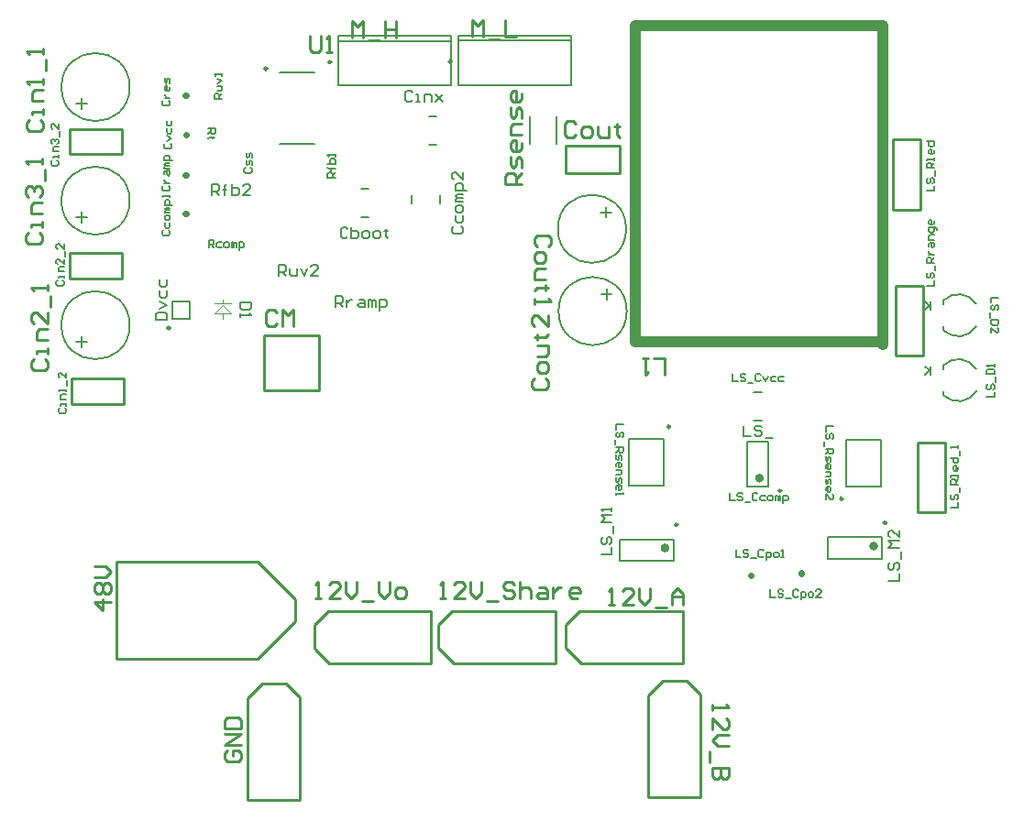
<source format=gto>
G04 Layer_Color=15132400*
%FSAX24Y24*%
%MOIN*%
G70*
G01*
G75*
%ADD29C,0.0100*%
%ADD31C,0.0157*%
%ADD54C,0.0098*%
%ADD55C,0.0079*%
%ADD56C,0.0220*%
%ADD57C,0.0047*%
%ADD58C,0.0394*%
%ADD59C,0.0059*%
%ADD60C,0.0060*%
D29*
X028534Y046411D02*
X030502D01*
Y045427D02*
Y046411D01*
X028534Y045427D02*
X030502D01*
X028534D02*
Y046411D01*
X041543Y038778D02*
Y041328D01*
X040543Y038778D02*
X041543D01*
X040543D02*
Y041328D01*
X041543D01*
X041445Y044093D02*
Y046643D01*
X040445Y044093D02*
X041445D01*
X040445D02*
Y046643D01*
X041445D01*
X041331Y033082D02*
Y035632D01*
X042331D01*
Y033082D02*
Y035632D01*
X041331Y033082D02*
X042331D01*
X017577Y037508D02*
Y039508D01*
Y037508D02*
X019577D01*
Y039008D01*
Y039508D01*
X017577D02*
X019577D01*
X010566Y037050D02*
Y037950D01*
X010561Y037027D02*
X012466D01*
Y037950D01*
X010566D02*
X012466D01*
X010561Y037027D02*
X010566Y037050D01*
X010491Y041611D02*
Y042511D01*
X010486Y041588D02*
X012391D01*
Y042511D01*
X010491D02*
X012391D01*
X010486Y041588D02*
X010491Y041611D01*
Y046138D02*
Y047038D01*
X010486Y046116D02*
X012391D01*
Y047038D01*
X010491D02*
X012391D01*
X010486Y046116D02*
X010491Y046138D01*
X012205Y027756D02*
X017323D01*
X012205D02*
Y031299D01*
X017323D01*
X018701Y029921D01*
X017323Y027756D02*
X018701Y029134D01*
Y029921D01*
X028168Y028543D02*
Y028593D01*
X026818Y029493D02*
X026969D01*
X028168Y028593D02*
Y029493D01*
X024969D02*
X028168D01*
X026918Y027593D02*
X028168D01*
Y028543D01*
X024418Y029493D02*
X024969D01*
X023918Y028993D02*
X024418Y029493D01*
X024469Y027593D02*
X026918D01*
X023969Y028093D02*
X024469Y027593D01*
X023918Y028143D02*
X023969Y028093D01*
X023918Y028143D02*
Y028993D01*
X023641Y028543D02*
Y028593D01*
X022291Y029493D02*
X022441D01*
X023641Y028593D02*
Y029493D01*
X020441D02*
X023641D01*
X022391Y027593D02*
X023641D01*
Y028543D01*
X019891Y029493D02*
X020441D01*
X019391Y028993D02*
X019891Y029493D01*
X019941Y027593D02*
X022391D01*
X019441Y028093D02*
X019941Y027593D01*
X019391Y028143D02*
X019441Y028093D01*
X019391Y028143D02*
Y028993D01*
X032794Y028543D02*
Y028593D01*
X031444Y029493D02*
X031594D01*
X032794Y028593D02*
Y029493D01*
X029594D02*
X032794D01*
X031544Y027593D02*
X032794D01*
Y028543D01*
X029044Y029493D02*
X029594D01*
X028544Y028993D02*
X029044Y029493D01*
X029094Y027593D02*
X031544D01*
X028594Y028093D02*
X029094Y027593D01*
X028544Y028143D02*
X028594Y028093D01*
X028544Y028143D02*
Y028993D01*
X032480Y022717D02*
X032530D01*
X033430Y023917D02*
Y024067D01*
X032530Y022717D02*
X033430D01*
Y025917D01*
X031530Y022717D02*
Y023967D01*
Y022717D02*
X032480D01*
X033430Y025917D02*
Y026467D01*
X032930Y026967D02*
X033430Y026467D01*
X031530Y023967D02*
Y026417D01*
X032030Y026917D01*
X032080Y026967D01*
X032930D01*
X017913Y022619D02*
X017963D01*
X018863Y023819D02*
Y023969D01*
X017963Y022619D02*
X018863D01*
Y025819D01*
X016963Y022619D02*
Y023869D01*
Y022619D02*
X017913D01*
X018863Y025819D02*
Y026369D01*
X018363Y026869D02*
X018863Y026369D01*
X016963Y023869D02*
Y026319D01*
X017463Y026819D01*
X017513Y026869D01*
X018363D01*
X027918Y042767D02*
X028018Y042867D01*
Y043067D01*
X027918Y043167D01*
X027518D01*
X027418Y043067D01*
Y042867D01*
X027518Y042767D01*
X027418Y042467D02*
Y042267D01*
X027518Y042167D01*
X027718D01*
X027818Y042267D01*
Y042467D01*
X027718Y042567D01*
X027518D01*
X027418Y042467D01*
X027818Y041968D02*
X027518D01*
X027418Y041868D01*
Y041568D01*
X027818D01*
X027918Y041268D02*
X027818D01*
Y041368D01*
Y041168D01*
Y041268D01*
X027518D01*
X027418Y041168D01*
Y040868D02*
Y040668D01*
Y040768D01*
X028018D01*
X027918Y040868D01*
X027410Y037957D02*
X027310Y037857D01*
Y037657D01*
X027410Y037557D01*
X027810D01*
X027910Y037657D01*
Y037857D01*
X027810Y037957D01*
X027910Y038257D02*
Y038457D01*
X027810Y038557D01*
X027610D01*
X027510Y038457D01*
Y038257D01*
X027610Y038157D01*
X027810D01*
X027910Y038257D01*
X027510Y038757D02*
X027810D01*
X027910Y038856D01*
Y039156D01*
X027510D01*
X027410Y039456D02*
X027510D01*
Y039356D01*
Y039556D01*
Y039456D01*
X027810D01*
X027910Y039556D01*
Y040256D02*
Y039856D01*
X027510Y040256D01*
X027410D01*
X027310Y040156D01*
Y039956D01*
X027410Y039856D01*
X009044Y047366D02*
X008944Y047266D01*
Y047066D01*
X009044Y046966D01*
X009444D01*
X009544Y047066D01*
Y047266D01*
X009444Y047366D01*
X009544Y047566D02*
Y047766D01*
Y047666D01*
X009144D01*
Y047566D01*
X009544Y048066D02*
X009144D01*
Y048366D01*
X009244Y048466D01*
X009544D01*
Y048666D02*
Y048866D01*
Y048766D01*
X008944D01*
X009044Y048666D01*
X009644Y049166D02*
Y049566D01*
X009544Y049765D02*
Y049965D01*
Y049865D01*
X008944D01*
X009044Y049765D01*
X009202Y038665D02*
X009102Y038565D01*
Y038366D01*
X009202Y038266D01*
X009602D01*
X009701Y038366D01*
Y038565D01*
X009602Y038665D01*
X009701Y038865D02*
Y039065D01*
Y038965D01*
X009302D01*
Y038865D01*
X009701Y039365D02*
X009302D01*
Y039665D01*
X009402Y039765D01*
X009701D01*
Y040365D02*
Y039965D01*
X009302Y040365D01*
X009202D01*
X009102Y040265D01*
Y040065D01*
X009202Y039965D01*
X009801Y040565D02*
Y040965D01*
X009701Y041165D02*
Y041365D01*
Y041265D01*
X009102D01*
X009202Y041165D01*
X009005Y043272D02*
X008905Y043172D01*
Y042972D01*
X009005Y042872D01*
X009405D01*
X009505Y042972D01*
Y043172D01*
X009405Y043272D01*
X009505Y043472D02*
Y043672D01*
Y043572D01*
X009105D01*
Y043472D01*
X009505Y043972D02*
X009105D01*
Y044271D01*
X009205Y044371D01*
X009505D01*
X009005Y044571D02*
X008905Y044671D01*
Y044871D01*
X009005Y044971D01*
X009105D01*
X009205Y044871D01*
Y044771D01*
Y044871D01*
X009305Y044971D01*
X009405D01*
X009505Y044871D01*
Y044671D01*
X009405Y044571D01*
X009605Y045171D02*
Y045571D01*
X009505Y045771D02*
Y045971D01*
Y045871D01*
X008905D01*
X009005Y045771D01*
X018032Y040363D02*
X017932Y040462D01*
X017732D01*
X017632Y040363D01*
Y039963D01*
X017732Y039863D01*
X017932D01*
X018032Y039963D01*
X018232Y039863D02*
Y040462D01*
X018432Y040263D01*
X018632Y040462D01*
Y039863D01*
X032146Y038089D02*
Y038689D01*
X031746D01*
X031546D02*
X031346D01*
X031446D01*
Y038089D01*
X031546Y038189D01*
X020762Y050360D02*
Y050960D01*
X020962Y050760D01*
X021162Y050960D01*
Y050360D01*
X021362Y050260D02*
X021762D01*
X021962Y050960D02*
Y050360D01*
Y050660D01*
X022361D01*
Y050960D01*
Y050360D01*
X025140Y050380D02*
Y050980D01*
X025339Y050780D01*
X025539Y050980D01*
Y050380D01*
X025739Y050280D02*
X026139D01*
X026339Y050980D02*
Y050380D01*
X026739D01*
X026926Y045018D02*
X026326D01*
Y045317D01*
X026426Y045417D01*
X026626D01*
X026726Y045317D01*
Y045018D01*
Y045217D02*
X026926Y045417D01*
Y045617D02*
Y045917D01*
X026826Y046017D01*
X026726Y045917D01*
Y045717D01*
X026626Y045617D01*
X026526Y045717D01*
Y046017D01*
X026926Y046517D02*
Y046317D01*
X026826Y046217D01*
X026626D01*
X026526Y046317D01*
Y046517D01*
X026626Y046617D01*
X026726D01*
Y046217D01*
X026926Y046817D02*
X026526D01*
Y047117D01*
X026626Y047217D01*
X026926D01*
Y047417D02*
Y047717D01*
X026826Y047817D01*
X026726Y047717D01*
Y047517D01*
X026626Y047417D01*
X026526Y047517D01*
Y047817D01*
X026926Y048316D02*
Y048117D01*
X026826Y048017D01*
X026626D01*
X026526Y048117D01*
Y048316D01*
X026626Y048416D01*
X026726D01*
Y048017D01*
X012004Y029812D02*
X011404D01*
X011704Y029512D01*
Y029912D01*
X011504Y030112D02*
X011404Y030212D01*
Y030412D01*
X011504Y030511D01*
X011604D01*
X011704Y030412D01*
X011804Y030511D01*
X011904D01*
X012004Y030412D01*
Y030212D01*
X011904Y030112D01*
X011804D01*
X011704Y030212D01*
X011604Y030112D01*
X011504D01*
X011704Y030212D02*
Y030412D01*
X011404Y030711D02*
X011804D01*
X012004Y030911D01*
X011804Y031111D01*
X011404D01*
X028901Y047210D02*
X028801Y047310D01*
X028601D01*
X028501Y047210D01*
Y046810D01*
X028601Y046710D01*
X028801D01*
X028901Y046810D01*
X029200Y046710D02*
X029400D01*
X029500Y046810D01*
Y047010D01*
X029400Y047110D01*
X029200D01*
X029101Y047010D01*
Y046810D01*
X029200Y046710D01*
X029700Y047110D02*
Y046810D01*
X029800Y046710D01*
X030100D01*
Y047110D01*
X030400Y047210D02*
Y047110D01*
X030300D01*
X030500D01*
X030400D01*
Y046810D01*
X030500Y046710D01*
X030118Y029724D02*
X030318D01*
X030218D01*
Y030324D01*
X030118Y030224D01*
X031018Y029724D02*
X030618D01*
X031018Y030124D01*
Y030224D01*
X030918Y030324D01*
X030718D01*
X030618Y030224D01*
X031218Y030324D02*
Y029924D01*
X031418Y029724D01*
X031618Y029924D01*
Y030324D01*
X031818Y029624D02*
X032217D01*
X032417Y029724D02*
Y030124D01*
X032617Y030324D01*
X032817Y030124D01*
Y029724D01*
Y030024D01*
X032417D01*
X033858Y026083D02*
Y025883D01*
Y025983D01*
X034458D01*
X034358Y026083D01*
X033858Y025183D02*
Y025583D01*
X034258Y025183D01*
X034358D01*
X034458Y025283D01*
Y025483D01*
X034358Y025583D01*
X034458Y024983D02*
X034058D01*
X033858Y024783D01*
X034058Y024583D01*
X034458D01*
X033758Y024383D02*
Y023983D01*
X034458Y023783D02*
X033858D01*
Y023484D01*
X033958Y023384D01*
X034058D01*
X034158Y023484D01*
Y023783D01*
Y023484D01*
X034258Y023384D01*
X034358D01*
X034458Y023484D01*
Y023783D01*
X023972Y029953D02*
X024172D01*
X024072D01*
Y030553D01*
X023972Y030453D01*
X024872Y029953D02*
X024472D01*
X024872Y030353D01*
Y030453D01*
X024772Y030553D01*
X024572D01*
X024472Y030453D01*
X025072Y030553D02*
Y030153D01*
X025272Y029953D01*
X025472Y030153D01*
Y030553D01*
X025672Y029853D02*
X026072D01*
X026671Y030453D02*
X026571Y030553D01*
X026372D01*
X026272Y030453D01*
Y030353D01*
X026372Y030253D01*
X026571D01*
X026671Y030153D01*
Y030053D01*
X026571Y029953D01*
X026372D01*
X026272Y030053D01*
X026871Y030553D02*
Y029953D01*
Y030253D01*
X026971Y030353D01*
X027171D01*
X027271Y030253D01*
Y029953D01*
X027571Y030353D02*
X027771D01*
X027871Y030253D01*
Y029953D01*
X027571D01*
X027471Y030053D01*
X027571Y030153D01*
X027871D01*
X028071Y030353D02*
Y029953D01*
Y030153D01*
X028171Y030253D01*
X028271Y030353D01*
X028371D01*
X028971Y029953D02*
X028771D01*
X028671Y030053D01*
Y030253D01*
X028771Y030353D01*
X028971D01*
X029071Y030253D01*
Y030153D01*
X028671D01*
X016232Y024416D02*
X016132Y024316D01*
Y024116D01*
X016232Y024016D01*
X016632D01*
X016732Y024116D01*
Y024316D01*
X016632Y024416D01*
X016432D01*
Y024216D01*
X016732Y024616D02*
X016132D01*
X016732Y025015D01*
X016132D01*
Y025215D02*
X016732D01*
Y025515D01*
X016632Y025615D01*
X016232D01*
X016132Y025515D01*
Y025215D01*
X019443Y029953D02*
X019643D01*
X019543D01*
Y030553D01*
X019443Y030453D01*
X020343Y029953D02*
X019943D01*
X020343Y030353D01*
Y030453D01*
X020243Y030553D01*
X020043D01*
X019943Y030453D01*
X020543Y030553D02*
Y030153D01*
X020743Y029953D01*
X020943Y030153D01*
Y030553D01*
X021142Y029853D02*
X021542D01*
X021742Y030553D02*
Y030153D01*
X021942Y029953D01*
X022142Y030153D01*
Y030553D01*
X022442Y029953D02*
X022642D01*
X022742Y030053D01*
Y030253D01*
X022642Y030353D01*
X022442D01*
X022342Y030253D01*
Y030053D01*
X022442Y029953D01*
X019229Y050420D02*
Y049921D01*
X019329Y049821D01*
X019529D01*
X019629Y049921D01*
Y050420D01*
X019829Y049821D02*
X020029D01*
X019929D01*
Y050420D01*
X019829Y050321D01*
D31*
X035659Y034331D02*
G03*
X035659Y034331I-000079J000000D01*
G01*
X032224Y031791D02*
G03*
X032224Y031791I-000079J000000D01*
G01*
X039813Y031860D02*
G03*
X039813Y031860I-000079J000000D01*
G01*
D54*
X024389Y049488D02*
G03*
X024389Y049488I-000049J000000D01*
G01*
X020011Y049468D02*
G03*
X020011Y049468I-000049J000000D01*
G01*
X036378Y033878D02*
G03*
X036378Y033878I-000049J000000D01*
G01*
X032610Y032638D02*
G03*
X032610Y032638I-000049J000000D01*
G01*
X038612Y033583D02*
G03*
X038612Y033583I-000049J000000D01*
G01*
X032333Y036201D02*
G03*
X032333Y036201I-000049J000000D01*
G01*
X040199Y032707D02*
G03*
X040199Y032707I-000049J000000D01*
G01*
X014154Y039795D02*
G03*
X014154Y039795I-000049J000000D01*
G01*
X017684Y049230D02*
G03*
X017684Y049230I-000049J000000D01*
G01*
D55*
X012681Y048557D02*
G03*
X012681Y048557I-001240J000000D01*
G01*
Y044423D02*
G03*
X012681Y044423I-001240J000000D01*
G01*
Y039895D02*
G03*
X012681Y039895I-001240J000000D01*
G01*
X030758Y040407D02*
G03*
X030758Y040407I-001240J000000D01*
G01*
X043469Y040658D02*
G03*
X042272Y040799I-000654J-000402D01*
G01*
X042299Y039688D02*
G03*
X043469Y039854I000516J000568D01*
G01*
Y038296D02*
G03*
X042272Y038437I-000654J-000402D01*
G01*
X042299Y037326D02*
G03*
X043469Y037491I000516J000568D01*
G01*
X030734Y043400D02*
G03*
X030734Y043400I-001240J000000D01*
G01*
X024642Y050242D02*
X028737D01*
X024642Y050439D02*
X028737D01*
X024642Y048628D02*
X028737D01*
Y050439D01*
X024642Y048628D02*
Y050439D01*
X020264Y050222D02*
X024359D01*
X020264Y050419D02*
X024359D01*
X020264Y048608D02*
X024359D01*
Y050419D01*
X020264Y048608D02*
Y050419D01*
X035896Y034016D02*
Y035650D01*
X035148Y034016D02*
Y035650D01*
Y034016D02*
X035896D01*
X035148Y035650D02*
X035896D01*
X030492Y032106D02*
X032461D01*
X030492Y031319D02*
X032461D01*
Y032106D01*
X030492Y031319D02*
Y032106D01*
X035384Y037451D02*
X035659D01*
X035384Y036427D02*
X035659D01*
X042265Y039721D02*
X042299Y039688D01*
X042265Y040656D02*
Y040799D01*
Y039721D02*
Y039856D01*
X042265Y037359D02*
X042299Y037326D01*
X042265Y038294D02*
Y038437D01*
Y037359D02*
Y037494D01*
X038740Y034035D02*
X040000D01*
Y035728D01*
X038740D02*
X040000D01*
X038740Y034035D02*
Y035728D01*
X030846Y035748D02*
X032106D01*
X030846Y034055D02*
Y035748D01*
Y034055D02*
X032106D01*
Y035748D01*
X038081Y032175D02*
X040049D01*
X038081Y031388D02*
X040049D01*
Y032175D01*
X038081Y031388D02*
Y032175D01*
X023570Y046470D02*
X023845D01*
X023570Y047494D02*
X023845D01*
X028196Y046494D02*
Y047478D01*
X027231Y046494D02*
Y047478D01*
X023959Y044336D02*
Y044612D01*
X022936Y044336D02*
Y044612D01*
X021089Y044844D02*
X021365D01*
X021089Y043821D02*
X021365D01*
X014247Y040746D02*
X014877D01*
Y040132D02*
Y040746D01*
X014247Y040132D02*
Y040746D01*
Y040132D02*
X014877D01*
X018127Y046494D02*
X019387D01*
X018127Y049092D02*
X019387D01*
X020615Y043385D02*
X020550Y043450D01*
X020419D01*
X020353Y043385D01*
Y043122D01*
X020419Y043057D01*
X020550D01*
X020615Y043122D01*
X020747Y043450D02*
Y043057D01*
X020943D01*
X021009Y043122D01*
Y043188D01*
Y043254D01*
X020943Y043319D01*
X020747D01*
X021206Y043057D02*
X021337D01*
X021403Y043122D01*
Y043254D01*
X021337Y043319D01*
X021206D01*
X021140Y043254D01*
Y043122D01*
X021206Y043057D01*
X021599D02*
X021731D01*
X021796Y043122D01*
Y043254D01*
X021731Y043319D01*
X021599D01*
X021534Y043254D01*
Y043122D01*
X021599Y043057D01*
X021993Y043385D02*
Y043319D01*
X021927D01*
X022059D01*
X021993D01*
Y043122D01*
X022059Y043057D01*
X024478Y043481D02*
X024412Y043415D01*
Y043284D01*
X024478Y043218D01*
X024740D01*
X024806Y043284D01*
Y043415D01*
X024740Y043481D01*
X024543Y043874D02*
Y043677D01*
X024609Y043612D01*
X024740D01*
X024806Y043677D01*
Y043874D01*
Y044071D02*
Y044202D01*
X024740Y044268D01*
X024609D01*
X024543Y044202D01*
Y044071D01*
X024609Y044005D01*
X024740D01*
X024806Y044071D01*
Y044399D02*
X024543D01*
Y044465D01*
X024609Y044530D01*
X024806D01*
X024609D01*
X024543Y044596D01*
X024609Y044661D01*
X024806D01*
X024937Y044793D02*
X024543D01*
Y044989D01*
X024609Y045055D01*
X024740D01*
X024806Y044989D01*
Y044793D01*
Y045449D02*
Y045186D01*
X024543Y045449D01*
X024478D01*
X024412Y045383D01*
Y045252D01*
X024478Y045186D01*
X010137Y036881D02*
X010091Y036835D01*
Y036743D01*
X010137Y036697D01*
X010321D01*
X010366Y036743D01*
Y036835D01*
X010321Y036881D01*
X010366Y036973D02*
Y037064D01*
Y037019D01*
X010183D01*
Y036973D01*
X010366Y037202D02*
X010183D01*
Y037340D01*
X010229Y037386D01*
X010366D01*
Y037478D02*
Y037570D01*
Y037524D01*
X010091D01*
X010137Y037478D01*
X010412Y037707D02*
Y037891D01*
X010366Y038166D02*
Y037983D01*
X010183Y038166D01*
X010137D01*
X010091Y038121D01*
Y038029D01*
X010137Y037983D01*
X010062Y041520D02*
X010017Y041474D01*
Y041382D01*
X010062Y041336D01*
X010246D01*
X010292Y041382D01*
Y041474D01*
X010246Y041520D01*
X010292Y041612D02*
Y041704D01*
Y041658D01*
X010108D01*
Y041612D01*
X010292Y041842D02*
X010108D01*
Y041979D01*
X010154Y042025D01*
X010292D01*
Y042301D02*
Y042117D01*
X010108Y042301D01*
X010062D01*
X010017Y042255D01*
Y042163D01*
X010062Y042117D01*
X010338Y042393D02*
Y042576D01*
X010292Y042852D02*
Y042668D01*
X010108Y042852D01*
X010062D01*
X010017Y042806D01*
Y042714D01*
X010062Y042668D01*
X009866Y045890D02*
X009820Y045844D01*
Y045752D01*
X009866Y045707D01*
X010049D01*
X010095Y045752D01*
Y045844D01*
X010049Y045890D01*
X010095Y045982D02*
Y046074D01*
Y046028D01*
X009912D01*
Y045982D01*
X010095Y046212D02*
X009912D01*
Y046349D01*
X009957Y046395D01*
X010095D01*
X009866Y046487D02*
X009820Y046533D01*
Y046625D01*
X009866Y046671D01*
X009912D01*
X009957Y046625D01*
Y046579D01*
Y046625D01*
X010003Y046671D01*
X010049D01*
X010095Y046625D01*
Y046533D01*
X010049Y046487D01*
X010141Y046763D02*
Y046946D01*
X010095Y047222D02*
Y047038D01*
X009912Y047222D01*
X009866D01*
X009820Y047176D01*
Y047084D01*
X009866Y047038D01*
X022958Y048346D02*
X022892Y048411D01*
X022761D01*
X022695Y048346D01*
Y048083D01*
X022761Y048018D01*
X022892D01*
X022958Y048083D01*
X023089Y048018D02*
X023220D01*
X023154D01*
Y048280D01*
X023089D01*
X023417Y048018D02*
Y048280D01*
X023614D01*
X023679Y048214D01*
Y048018D01*
X023810Y048280D02*
X024073Y048018D01*
X023942Y048149D01*
X024073Y048280D01*
X023810Y048018D01*
X017093Y040722D02*
X016700D01*
Y040525D01*
X016765Y040460D01*
X017028D01*
X017093Y040525D01*
Y040722D01*
X016700Y040329D02*
Y040197D01*
Y040263D01*
X017093D01*
X017028Y040329D01*
X013641Y040104D02*
X014034D01*
Y040301D01*
X013969Y040367D01*
X013706D01*
X013641Y040301D01*
Y040104D01*
X013772Y040498D02*
X014034Y040629D01*
X013772Y040760D01*
Y041154D02*
Y040957D01*
X013837Y040891D01*
X013969D01*
X014034Y040957D01*
Y041154D01*
X013772Y041547D02*
Y041350D01*
X013837Y041285D01*
X013969D01*
X014034Y041350D01*
Y041547D01*
X029823Y031545D02*
X030217D01*
Y031808D01*
X029889Y032201D02*
X029823Y032136D01*
Y032004D01*
X029889Y031939D01*
X029954D01*
X030020Y032004D01*
Y032136D01*
X030085Y032201D01*
X030151D01*
X030217Y032136D01*
Y032004D01*
X030151Y031939D01*
X030282Y032332D02*
Y032595D01*
X030217Y032726D02*
X029823D01*
X029954Y032857D01*
X029823Y032988D01*
X030217D01*
Y033120D02*
Y033251D01*
Y033185D01*
X029823D01*
X029889Y033120D01*
X040266Y030600D02*
X040659D01*
Y030863D01*
X040331Y031256D02*
X040266Y031191D01*
Y031060D01*
X040331Y030994D01*
X040397D01*
X040463Y031060D01*
Y031191D01*
X040528Y031256D01*
X040594D01*
X040659Y031191D01*
Y031060D01*
X040594Y030994D01*
X040725Y031388D02*
Y031650D01*
X040659Y031781D02*
X040266D01*
X040397Y031912D01*
X040266Y032043D01*
X040659D01*
Y032437D02*
Y032175D01*
X040397Y032437D01*
X040331D01*
X040266Y032371D01*
Y032240D01*
X040331Y032175D01*
X020184Y040565D02*
Y040958D01*
X020381D01*
X020446Y040893D01*
Y040762D01*
X020381Y040696D01*
X020184D01*
X020315D02*
X020446Y040565D01*
X020577Y040827D02*
Y040565D01*
Y040696D01*
X020643Y040762D01*
X020709Y040827D01*
X020774D01*
X021037D02*
X021168D01*
X021233Y040762D01*
Y040565D01*
X021037D01*
X020971Y040630D01*
X021037Y040696D01*
X021233D01*
X021365Y040565D02*
Y040827D01*
X021430D01*
X021496Y040762D01*
Y040565D01*
Y040762D01*
X021561Y040827D01*
X021627Y040762D01*
Y040565D01*
X021758Y040434D02*
Y040827D01*
X021955D01*
X022020Y040762D01*
Y040630D01*
X021955Y040565D01*
X021758D01*
X018101Y041691D02*
Y042084D01*
X018298D01*
X018363Y042019D01*
Y041888D01*
X018298Y041822D01*
X018101D01*
X018232D02*
X018363Y041691D01*
X018495Y041953D02*
Y041756D01*
X018560Y041691D01*
X018757D01*
Y041953D01*
X018888D02*
X019019Y041691D01*
X019151Y041953D01*
X019544Y041691D02*
X019282D01*
X019544Y041953D01*
Y042019D01*
X019479Y042084D01*
X019347D01*
X019282Y042019D01*
X015684Y044616D02*
Y045010D01*
X015881D01*
X015946Y044944D01*
Y044813D01*
X015881Y044747D01*
X015684D01*
X015815D02*
X015946Y044616D01*
X016143D02*
Y044944D01*
Y044813D01*
X016077D01*
X016209D01*
X016143D01*
Y044944D01*
X016209Y045010D01*
X016405D02*
Y044616D01*
X016602D01*
X016668Y044682D01*
Y044747D01*
Y044813D01*
X016602Y044878D01*
X016405D01*
X017061Y044616D02*
X016799D01*
X017061Y044878D01*
Y044944D01*
X016996Y045010D01*
X016865D01*
X016799Y044944D01*
D56*
X035273Y030775D02*
Y030807D01*
X037089Y030846D02*
Y030878D01*
X014711Y048267D02*
X014743D01*
X014719Y046822D02*
X014751D01*
X014711Y045371D02*
X014743D01*
X014707Y043948D02*
X014739D01*
D57*
X016078Y040678D02*
Y040828D01*
X015777Y040328D02*
X016378D01*
X016078Y040628D02*
X016378Y040328D01*
X015777D02*
X016078Y040628D01*
X015777Y040678D02*
X016378D01*
X016078Y040128D02*
Y040328D01*
D58*
X040083Y039182D02*
Y044882D01*
X039983Y039282D02*
X040083Y039182D01*
X031083Y039282D02*
X039983D01*
X031083D02*
Y050782D01*
X040083D01*
Y044882D02*
Y050682D01*
D59*
X013907Y043347D02*
X013861Y043301D01*
Y043209D01*
X013907Y043163D01*
X014091D01*
X014137Y043209D01*
Y043301D01*
X014091Y043347D01*
X013953Y043622D02*
Y043485D01*
X013999Y043439D01*
X014091D01*
X014137Y043485D01*
Y043622D01*
Y043760D02*
Y043852D01*
X014091Y043898D01*
X013999D01*
X013953Y043852D01*
Y043760D01*
X013999Y043714D01*
X014091D01*
X014137Y043760D01*
Y043990D02*
X013953D01*
Y044036D01*
X013999Y044082D01*
X014137D01*
X013999D01*
X013953Y044127D01*
X013999Y044173D01*
X014137D01*
X014228Y044265D02*
X013953D01*
Y044403D01*
X013999Y044449D01*
X014091D01*
X014137Y044403D01*
Y044265D01*
Y044541D02*
Y044633D01*
Y044587D01*
X013861D01*
X013907Y044541D01*
X013903Y044961D02*
X013857Y044915D01*
Y044823D01*
X013903Y044777D01*
X014087D01*
X014133Y044823D01*
Y044915D01*
X014087Y044961D01*
X013949Y045053D02*
X014133D01*
X014041D01*
X013995Y045099D01*
X013949Y045145D01*
Y045191D01*
Y045374D02*
Y045466D01*
X013995Y045512D01*
X014133D01*
Y045374D01*
X014087Y045328D01*
X014041Y045374D01*
Y045512D01*
X014133Y045604D02*
X013949D01*
Y045650D01*
X013995Y045696D01*
X014133D01*
X013995D01*
X013949Y045742D01*
X013995Y045788D01*
X014133D01*
X014224Y045879D02*
X013949D01*
Y046017D01*
X013995Y046063D01*
X014087D01*
X014133Y046017D01*
Y045879D01*
X013911Y048059D02*
X013865Y048014D01*
Y047922D01*
X013911Y047876D01*
X014095D01*
X014140Y047922D01*
Y048014D01*
X014095Y048059D01*
X013957Y048151D02*
X014140D01*
X014049D01*
X014003Y048197D01*
X013957Y048243D01*
Y048289D01*
X014140Y048565D02*
Y048473D01*
X014095Y048427D01*
X014003D01*
X013957Y048473D01*
Y048565D01*
X014003Y048610D01*
X014049D01*
Y048427D01*
X014140Y048702D02*
Y048840D01*
X014095Y048886D01*
X014049Y048840D01*
Y048748D01*
X014003Y048702D01*
X013957Y048748D01*
Y048886D01*
X016891Y045622D02*
X016845Y045577D01*
Y045485D01*
X016891Y045439D01*
X017075D01*
X017121Y045485D01*
Y045577D01*
X017075Y045622D01*
X017121Y045714D02*
Y045852D01*
X017075Y045898D01*
X017029Y045852D01*
Y045760D01*
X016983Y045714D01*
X016937Y045760D01*
Y045898D01*
X017121Y045990D02*
Y046128D01*
X017075Y046173D01*
X017029Y046128D01*
Y046036D01*
X016983Y045990D01*
X016937Y046036D01*
Y046173D01*
X013982Y046500D02*
X013936Y046454D01*
Y046363D01*
X013982Y046317D01*
X014165D01*
X014211Y046363D01*
Y046454D01*
X014165Y046500D01*
X014028Y046592D02*
X014211Y046684D01*
X014028Y046776D01*
Y047051D02*
Y046914D01*
X014074Y046868D01*
X014165D01*
X014211Y046914D01*
Y047051D01*
X014028Y047327D02*
Y047189D01*
X014074Y047143D01*
X014165D01*
X014211Y047189D01*
Y047327D01*
X034508Y033789D02*
Y033514D01*
X034692D01*
X034967Y033743D02*
X034921Y033789D01*
X034829D01*
X034783Y033743D01*
Y033697D01*
X034829Y033652D01*
X034921D01*
X034967Y033606D01*
Y033560D01*
X034921Y033514D01*
X034829D01*
X034783Y033560D01*
X035059Y033468D02*
X035243D01*
X035518Y033743D02*
X035472Y033789D01*
X035380D01*
X035334Y033743D01*
Y033560D01*
X035380Y033514D01*
X035472D01*
X035518Y033560D01*
X035794Y033697D02*
X035656D01*
X035610Y033652D01*
Y033560D01*
X035656Y033514D01*
X035794D01*
X035931D02*
X036023D01*
X036069Y033560D01*
Y033652D01*
X036023Y033697D01*
X035931D01*
X035885Y033652D01*
Y033560D01*
X035931Y033514D01*
X036161D02*
Y033697D01*
X036207D01*
X036253Y033652D01*
Y033514D01*
Y033652D01*
X036299Y033697D01*
X036345Y033652D01*
Y033514D01*
X036436Y033422D02*
Y033697D01*
X036574D01*
X036620Y033652D01*
Y033560D01*
X036574Y033514D01*
X036436D01*
X034724Y031732D02*
Y031457D01*
X034908D01*
X035184Y031686D02*
X035138Y031732D01*
X035046D01*
X035000Y031686D01*
Y031640D01*
X035046Y031594D01*
X035138D01*
X035184Y031549D01*
Y031503D01*
X035138Y031457D01*
X035046D01*
X035000Y031503D01*
X035275Y031411D02*
X035459D01*
X035735Y031686D02*
X035689Y031732D01*
X035597D01*
X035551Y031686D01*
Y031503D01*
X035597Y031457D01*
X035689D01*
X035735Y031503D01*
X035826Y031365D02*
Y031640D01*
X035964D01*
X036010Y031594D01*
Y031503D01*
X035964Y031457D01*
X035826D01*
X036148D02*
X036240D01*
X036286Y031503D01*
Y031594D01*
X036240Y031640D01*
X036148D01*
X036102Y031594D01*
Y031503D01*
X036148Y031457D01*
X036377D02*
X036469D01*
X036423D01*
Y031732D01*
X036377Y031686D01*
X035984Y030275D02*
Y030000D01*
X036168D01*
X036443Y030230D02*
X036398Y030275D01*
X036306D01*
X036260Y030230D01*
Y030184D01*
X036306Y030138D01*
X036398D01*
X036443Y030092D01*
Y030046D01*
X036398Y030000D01*
X036306D01*
X036260Y030046D01*
X036535Y029954D02*
X036719D01*
X036994Y030230D02*
X036949Y030275D01*
X036857D01*
X036811Y030230D01*
Y030046D01*
X036857Y030000D01*
X036949D01*
X036994Y030046D01*
X037086Y029908D02*
Y030184D01*
X037224D01*
X037270Y030138D01*
Y030046D01*
X037224Y030000D01*
X037086D01*
X037408D02*
X037500D01*
X037545Y030046D01*
Y030138D01*
X037500Y030184D01*
X037408D01*
X037362Y030138D01*
Y030046D01*
X037408Y030000D01*
X037821D02*
X037637D01*
X037821Y030184D01*
Y030230D01*
X037775Y030275D01*
X037683D01*
X037637Y030230D01*
X034616Y038120D02*
Y037844D01*
X034800D01*
X035075Y038074D02*
X035029Y038120D01*
X034938D01*
X034892Y038074D01*
Y038028D01*
X034938Y037982D01*
X035029D01*
X035075Y037936D01*
Y037890D01*
X035029Y037844D01*
X034938D01*
X034892Y037890D01*
X035167Y037799D02*
X035351D01*
X035626Y038074D02*
X035580Y038120D01*
X035489D01*
X035443Y038074D01*
Y037890D01*
X035489Y037844D01*
X035580D01*
X035626Y037890D01*
X035718Y038028D02*
X035810Y037844D01*
X035902Y038028D01*
X036177D02*
X036040D01*
X035994Y037982D01*
Y037890D01*
X036040Y037844D01*
X036177D01*
X036453Y038028D02*
X036315D01*
X036269Y037982D01*
Y037890D01*
X036315Y037844D01*
X036453D01*
X043849Y037283D02*
X044124D01*
Y037467D01*
X043894Y037743D02*
X043849Y037697D01*
Y037605D01*
X043894Y037559D01*
X043940D01*
X043986Y037605D01*
Y037697D01*
X044032Y037743D01*
X044078D01*
X044124Y037697D01*
Y037605D01*
X044078Y037559D01*
X044170Y037834D02*
Y038018D01*
X043849Y038110D02*
X044124D01*
Y038248D01*
X044078Y038294D01*
X043894D01*
X043849Y038248D01*
Y038110D01*
X044124Y038385D02*
Y038477D01*
Y038431D01*
X043849D01*
X043894Y038385D01*
X044281Y040906D02*
X044006D01*
Y040722D01*
X044235Y040446D02*
X044281Y040492D01*
Y040584D01*
X044235Y040630D01*
X044190D01*
X044144Y040584D01*
Y040492D01*
X044098Y040446D01*
X044052D01*
X044006Y040492D01*
Y040584D01*
X044052Y040630D01*
X043960Y040355D02*
Y040171D01*
X044281Y040079D02*
X044006D01*
Y039941D01*
X044052Y039895D01*
X044235D01*
X044281Y039941D01*
Y040079D01*
X044006Y039620D02*
Y039804D01*
X044190Y039620D01*
X044235D01*
X044281Y039666D01*
Y039758D01*
X044235Y039804D01*
X042539Y033268D02*
X042815D01*
Y033451D01*
X042585Y033727D02*
X042539Y033681D01*
Y033589D01*
X042585Y033543D01*
X042631D01*
X042677Y033589D01*
Y033681D01*
X042723Y033727D01*
X042769D01*
X042815Y033681D01*
Y033589D01*
X042769Y033543D01*
X042861Y033819D02*
Y034002D01*
X042815Y034094D02*
X042539D01*
Y034232D01*
X042585Y034278D01*
X042677D01*
X042723Y034232D01*
Y034094D01*
Y034186D02*
X042815Y034278D01*
Y034370D02*
Y034462D01*
Y034416D01*
X042539D01*
Y034370D01*
X042815Y034737D02*
Y034645D01*
X042769Y034599D01*
X042677D01*
X042631Y034645D01*
Y034737D01*
X042677Y034783D01*
X042723D01*
Y034599D01*
X042539Y035058D02*
X042815D01*
Y034921D01*
X042769Y034875D01*
X042677D01*
X042631Y034921D01*
Y035058D01*
X042861Y035150D02*
Y035334D01*
X042815Y035426D02*
Y035518D01*
Y035472D01*
X042539D01*
X042585Y035426D01*
X041654Y044783D02*
X041929D01*
Y044967D01*
X041700Y045243D02*
X041654Y045197D01*
Y045105D01*
X041700Y045059D01*
X041745D01*
X041791Y045105D01*
Y045197D01*
X041837Y045243D01*
X041883D01*
X041929Y045197D01*
Y045105D01*
X041883Y045059D01*
X041975Y045334D02*
Y045518D01*
X041929Y045610D02*
X041654D01*
Y045748D01*
X041700Y045794D01*
X041791D01*
X041837Y045748D01*
Y045610D01*
Y045702D02*
X041929Y045794D01*
Y045885D02*
Y045977D01*
Y045931D01*
X041654D01*
Y045885D01*
X041929Y046253D02*
Y046161D01*
X041883Y046115D01*
X041791D01*
X041745Y046161D01*
Y046253D01*
X041791Y046299D01*
X041837D01*
Y046115D01*
X041654Y046574D02*
X041929D01*
Y046436D01*
X041883Y046391D01*
X041791D01*
X041745Y046436D01*
Y046574D01*
X041654Y041339D02*
X041929D01*
Y041522D01*
X041700Y041798D02*
X041654Y041752D01*
Y041660D01*
X041700Y041614D01*
X041745D01*
X041791Y041660D01*
Y041752D01*
X041837Y041798D01*
X041883D01*
X041929Y041752D01*
Y041660D01*
X041883Y041614D01*
X041975Y041890D02*
Y042073D01*
X041929Y042165D02*
X041654D01*
Y042303D01*
X041700Y042349D01*
X041791D01*
X041837Y042303D01*
Y042165D01*
Y042257D02*
X041929Y042349D01*
X041745Y042441D02*
X041929D01*
X041837D01*
X041791Y042487D01*
X041745Y042532D01*
Y042578D01*
Y042762D02*
Y042854D01*
X041791Y042900D01*
X041929D01*
Y042762D01*
X041883Y042716D01*
X041837Y042762D01*
Y042900D01*
X041929Y042992D02*
X041745D01*
Y043129D01*
X041791Y043175D01*
X041929D01*
X042021Y043359D02*
Y043405D01*
X041975Y043451D01*
X041745D01*
Y043313D01*
X041791Y043267D01*
X041883D01*
X041929Y043313D01*
Y043451D01*
Y043680D02*
Y043589D01*
X041883Y043543D01*
X041791D01*
X041745Y043589D01*
Y043680D01*
X041791Y043726D01*
X041837D01*
Y043543D01*
X030650Y036280D02*
X030374D01*
Y036096D01*
X030604Y035820D02*
X030650Y035866D01*
Y035958D01*
X030604Y036004D01*
X030558D01*
X030512Y035958D01*
Y035866D01*
X030466Y035820D01*
X030420D01*
X030374Y035866D01*
Y035958D01*
X030420Y036004D01*
X030328Y035729D02*
Y035545D01*
X030374Y035453D02*
X030650D01*
Y035315D01*
X030604Y035269D01*
X030512D01*
X030466Y035315D01*
Y035453D01*
Y035361D02*
X030374Y035269D01*
Y035178D02*
Y035040D01*
X030420Y034994D01*
X030466Y035040D01*
Y035132D01*
X030512Y035178D01*
X030558Y035132D01*
Y034994D01*
X030374Y034764D02*
Y034856D01*
X030420Y034902D01*
X030512D01*
X030558Y034856D01*
Y034764D01*
X030512Y034718D01*
X030466D01*
Y034902D01*
X030374Y034627D02*
X030558D01*
Y034489D01*
X030512Y034443D01*
X030374D01*
Y034351D02*
Y034213D01*
X030420Y034167D01*
X030466Y034213D01*
Y034305D01*
X030512Y034351D01*
X030558Y034305D01*
Y034167D01*
X030374Y033938D02*
Y034030D01*
X030420Y034076D01*
X030512D01*
X030558Y034030D01*
Y033938D01*
X030512Y033892D01*
X030466D01*
Y034076D01*
X030374Y033800D02*
Y033708D01*
Y033754D01*
X030650D01*
X030604Y033800D01*
X038268Y036220D02*
X037992D01*
Y036037D01*
X038222Y035761D02*
X038268Y035807D01*
Y035899D01*
X038222Y035945D01*
X038176D01*
X038130Y035899D01*
Y035807D01*
X038084Y035761D01*
X038038D01*
X037992Y035807D01*
Y035899D01*
X038038Y035945D01*
X037946Y035669D02*
Y035486D01*
X037992Y035394D02*
X038268D01*
Y035256D01*
X038222Y035210D01*
X038130D01*
X038084Y035256D01*
Y035394D01*
Y035302D02*
X037992Y035210D01*
Y035118D02*
Y034981D01*
X038038Y034935D01*
X038084Y034981D01*
Y035073D01*
X038130Y035118D01*
X038176Y035073D01*
Y034935D01*
X037992Y034705D02*
Y034797D01*
X038038Y034843D01*
X038130D01*
X038176Y034797D01*
Y034705D01*
X038130Y034659D01*
X038084D01*
Y034843D01*
X037992Y034567D02*
X038176D01*
Y034430D01*
X038130Y034384D01*
X037992D01*
Y034292D02*
Y034154D01*
X038038Y034108D01*
X038084Y034154D01*
Y034246D01*
X038130Y034292D01*
X038176Y034246D01*
Y034108D01*
X037992Y033879D02*
Y033971D01*
X038038Y034016D01*
X038130D01*
X038176Y033971D01*
Y033879D01*
X038130Y033833D01*
X038084D01*
Y034016D01*
X037992Y033557D02*
Y033741D01*
X038176Y033557D01*
X038222D01*
X038268Y033603D01*
Y033695D01*
X038222Y033741D01*
X015566Y042726D02*
Y043002D01*
X015703D01*
X015749Y042956D01*
Y042864D01*
X015703Y042818D01*
X015566D01*
X015658D02*
X015749Y042726D01*
X016025Y042910D02*
X015887D01*
X015841Y042864D01*
Y042772D01*
X015887Y042726D01*
X016025D01*
X016163D02*
X016254D01*
X016300Y042772D01*
Y042864D01*
X016254Y042910D01*
X016163D01*
X016117Y042864D01*
Y042772D01*
X016163Y042726D01*
X016392D02*
Y042910D01*
X016438D01*
X016484Y042864D01*
Y042726D01*
Y042864D01*
X016530Y042910D01*
X016576Y042864D01*
Y042726D01*
X016668Y042634D02*
Y042910D01*
X016805D01*
X016851Y042864D01*
Y042772D01*
X016805Y042726D01*
X016668D01*
X020156Y045258D02*
X019881D01*
Y045395D01*
X019927Y045441D01*
X020018D01*
X020064Y045395D01*
Y045258D01*
Y045350D02*
X020156Y045441D01*
Y045579D02*
X019927D01*
X020018D01*
Y045533D01*
Y045625D01*
Y045579D01*
X019927D01*
X019881Y045625D01*
Y045763D02*
X020156D01*
Y045901D01*
X020110Y045946D01*
X020064D01*
X020018D01*
X019973Y045901D01*
Y045763D01*
X020156Y046038D02*
Y046130D01*
Y046084D01*
X019881D01*
X019927Y046038D01*
X015530Y047041D02*
X015806D01*
Y046903D01*
X015760Y046857D01*
X015668D01*
X015622Y046903D01*
Y047041D01*
Y046949D02*
X015530Y046857D01*
X015760Y046720D02*
X015714D01*
Y046766D01*
Y046674D01*
Y046720D01*
X015576D01*
X015530Y046674D01*
X016042Y048136D02*
X015767D01*
Y048273D01*
X015812Y048319D01*
X015904D01*
X015950Y048273D01*
Y048136D01*
Y048227D02*
X016042Y048319D01*
X015858Y048411D02*
X015996D01*
X016042Y048457D01*
Y048595D01*
X015858D01*
Y048687D02*
X016042Y048778D01*
X015858Y048870D01*
X016042Y048962D02*
Y049054D01*
Y049008D01*
X015767D01*
X015812Y048962D01*
X035010Y036240D02*
Y035846D01*
X035272D01*
X035666Y036174D02*
X035600Y036240D01*
X035469D01*
X035403Y036174D01*
Y036109D01*
X035469Y036043D01*
X035600D01*
X035666Y035978D01*
Y035912D01*
X035600Y035846D01*
X035469D01*
X035403Y035912D01*
X035797Y035781D02*
X036059D01*
X010741Y047952D02*
X011135D01*
X010938Y048149D02*
Y047755D01*
X010741Y043818D02*
X011135D01*
X010938Y044015D02*
Y043621D01*
X010741Y039290D02*
X011135D01*
X010938Y039487D02*
Y039094D01*
X030218Y041012D02*
X029824D01*
X030021Y040815D02*
Y041209D01*
X030194Y044004D02*
X029801D01*
X029997Y043808D02*
Y044201D01*
D60*
X041815Y040456D02*
Y040756D01*
Y040656D01*
X041615Y040456D01*
X041765Y040606D01*
X041615Y040756D01*
X041815Y038094D02*
Y038394D01*
Y038294D01*
X041615Y038094D01*
X041765Y038244D01*
X041615Y038394D01*
M02*

</source>
